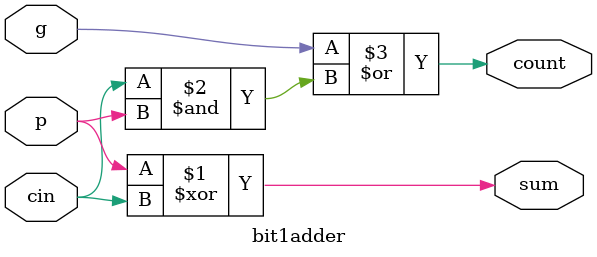
<source format=v>


module csla_64bit (
	input wire	[63:0]	a,		// operator 1
	input wire	[63:0]	b, 		// operator 2
	input wire			cin, 	// carry in

	output wire	[63:0]	sum,	// sum
	output wire			cout	// carry out
);

	 //use "wire" to define internal signals
wire [8*2-1:0] mid_c;  //guessed carries out
wire [127:0] mid_sum;   // guessed sum
wire [8:0] selected_c; // selected carries out
wire [64-1:0] selected_sum; // selected sum


bitNRCAdder #(.N(4)) RCadder1_i1(.add1(a[3:0]),.add2(b[3:0]),.cin(cin),.result(mid_sum[3:0]),.cout(selected_c[0]));

bitNRCAdder #(.N(4)) RCadder1_i2(.add1(a[7:4]),.add2(b[7:4]),.cin(1'b0),.result(mid_sum[11:8]),.cout(mid_c[0]));
bitNRCAdder #(.N(4)) RCadder2_i2(.add1(a[7:4]),.add2(b[7:4]),.cin(1'b1),.result(mid_sum[15:12]),.cout(mid_c[1]));
bitNmux #(.N(4)) bit5mux_i2(.in0({mid_sum[11:8],mid_c[0]}),.in1({mid_sum[15:12],mid_c[1]}),.sel(selected_c[0]),.ou1({selected_sum[7:4],selected_c[1]}));

bitNRCAdder #(.N(5)) RCadder1_i3(.add1(a[12:8]),.add2(b[12:8]),.cin(1'b0),.result(mid_sum[20:16]),.cout(mid_c[2]));
bitNRCAdder #(.N(5)) RCadder2_i3(.add1(a[12:8]),.add2(b[12:8]),.cin(1'b1),.result(mid_sum[25:21]),.cout(mid_c[3]));
bitNmux #(.N(5)) bit5mux_i3(.in0({mid_sum[20:16],mid_c[2]}),.in1({mid_sum[25:21],mid_c[3]}),.sel(selected_c[1]),.ou1({selected_sum[12:8],selected_c[2]}));

bitNRCAdder #(.N(6)) RCadder1_i4(.add1(a[18:13]),.add2(b[18:13]),.cin(1'b0),.result(mid_sum[31:26]),.cout(mid_c[4]));
bitNRCAdder #(.N(6)) RCadder2_i4(.add1(a[18:13]),.add2(b[18:13]),.cin(1'b1),.result(mid_sum[37:32]),.cout(mid_c[5]));
bitNmux #(.N(6)) bit5mux_i4(.in0({mid_sum[31:26],mid_c[4]}),.in1({mid_sum[37:32],mid_c[5]}),.sel(selected_c[2]),.ou1({selected_sum[18:13],selected_c[3]}));

bitNRCAdder #(.N(7)) RCadder1_i5(.add1(a[25:19]),.add2(b[25:19]),.cin(1'b0),.result(mid_sum[44:38]),.cout(mid_c[6]));
bitNRCAdder #(.N(7)) RCadder2_i5(.add1(a[25:19]),.add2(b[25:19]),.cin(1'b1),.result(mid_sum[51:45]),.cout(mid_c[7]));
bitNmux #(.N(7)) bit5mux_i5(.in0({mid_sum[44:38],mid_c[6]}),.in1({mid_sum[51:45],mid_c[7]}),.sel(selected_c[3]),.ou1({selected_sum[25:19],selected_c[4]}));

bitNRCAdder #(.N(8)) RCadder1_i6(.add1(a[33:26]),.add2(b[33:26]),.cin(1'b0),.result(mid_sum[59:52]),.cout(mid_c[8]));
bitNRCAdder #(.N(8)) RCadder2_i6(.add1(a[33:26]),.add2(b[33:26]),.cin(1'b1),.result(mid_sum[67:60]),.cout(mid_c[9]));
bitNmux #(.N(8)) bit5mux_i6(.in0({mid_sum[59:52],mid_c[8]}),.in1({mid_sum[67:60],mid_c[9]}),.sel(selected_c[4]),.ou1({selected_sum[33:26],selected_c[5]}));

bitNRCAdder #(.N(9)) RCadder1_i7(.add1(a[42:34]),.add2(b[42:34]),.cin(1'b0),.result(mid_sum[76:68]),.cout(mid_c[10]));
bitNRCAdder #(.N(9)) RCadder2_i7(.add1(a[42:34]),.add2(b[42:34]),.cin(1'b1),.result(mid_sum[85:77]),.cout(mid_c[11]));
bitNmux #(.N(9)) bit5mux_i7(.in0({mid_sum[76:68],mid_c[10]}),.in1({mid_sum[85:77],mid_c[11]}),.sel(selected_c[5]),.ou1({selected_sum[42:34],selected_c[6]}));

bitNRCAdder #(.N(10)) RCadder1_i8(.add1(a[52:43]),.add2(b[52:43]),.cin(1'b0),.result(mid_sum[95:86]),.cout(mid_c[12]));
bitNRCAdder #(.N(10)) RCadder2_i8(.add1(a[52:43]),.add2(b[52:43]),.cin(1'b1),.result(mid_sum[105:96]),.cout(mid_c[13]));
bitNmux #(.N(10)) bit5mux_i8(.in0({mid_sum[95:86],mid_c[12]}),.in1({mid_sum[105:96],mid_c[13]}),.sel(selected_c[6]),.ou1({selected_sum[52:43],selected_c[7]}));

bitNRCAdder #(.N(11)) RCadder1_i9(.add1(a[63:53]),.add2(b[63:53]),.cin(1'b0),.result(mid_sum[116:106]),.cout(mid_c[14]));
bitNRCAdder #(.N(11)) RCadder2_i9(.add1(a[63:53]),.add2(b[63:53]),.cin(1'b1),.result(mid_sum[127:117]),.cout(mid_c[15]));
bitNmux #(.N(11)) bit5mux_i9(.in0({mid_sum[116:106],mid_c[14]}),.in1({mid_sum[127:117],mid_c[15]}),.sel(selected_c[7]),.ou1({selected_sum[63:53],selected_c[8]}));



assign cout = selected_c[8];
assign sum = {selected_sum[63:4],mid_sum[3:0]};

endmodule



// ----------------------------------------------------


// ----------------------------------------------------
// Part II: 16-bit Square Root CSL adder
// ----------------------------------------------------
module csla_16bit (
	input wire	[15:0]	a,		// operator 1
	input wire	[15:0]	b, 		// operator 2
	input wire			cin, 	// carry in

	output wire	[15:0]	sum,	// sum
	output wire			cout	// carry out
);

	 //use "wire" to define internal signals
wire [4*2-1:0] mid_c;  //guessed carries out
wire [31:0] mid_sum;   // guessed sum
wire [4:0] selected_c; // selected carries out
wire [16-1:0] selected_sum; // selected sum


bitNRCAdder #(.N(2)) RCadder1_i1(.add1(a[1:0]),.add2(b[1:0]),.cin(cin),.result(mid_sum[1:0]),.cout(selected_c[0]));

bitNRCAdder #(.N(2)) RCadder1_i2(.add1(a[3:2]),.add2(b[3:2]),.cin(1'b0),.result(mid_sum[5:4]),.cout(mid_c[0]));
bitNRCAdder #(.N(2)) RCadder2_i2(.add1(a[3:2]),.add2(b[3:2]),.cin(1'b1),.result(mid_sum[7:6]),.cout(mid_c[1]));
bitNmux #(.N(2)) bit5mux_i2(.in0({mid_sum[5:4],mid_c[0]}),.in1({mid_sum[7:6],mid_c[1]}),.sel(selected_c[0]),.ou1({selected_sum[3:2],selected_c[1]}));

bitNRCAdder #(.N(3)) RCadder1_i3(.add1(a[6:4]),.add2(b[6:4]),.cin(1'b0),.result(mid_sum[10:8]),.cout(mid_c[2]));
bitNRCAdder #(.N(3)) RCadder2_i3(.add1(a[6:4]),.add2(b[6:4]),.cin(1'b1),.result(mid_sum[13:11]),.cout(mid_c[3]));
bitNmux #(.N(3)) bit5mux_i3(.in0({mid_sum[10:8],mid_c[2]}),.in1({mid_sum[13:11],mid_c[3]}),.sel(selected_c[1]),.ou1({selected_sum[6:4],selected_c[2]}));

bitNRCAdder #(.N(4)) RCadder1_i4(.add1(a[10:7]),.add2(b[10:7]),.cin(1'b0),.result(mid_sum[17:14]),.cout(mid_c[4]));
bitNRCAdder #(.N(4)) RCadder2_i4(.add1(a[10:7]),.add2(b[10:7]),.cin(1'b1),.result(mid_sum[21:18]),.cout(mid_c[5]));
bitNmux #(.N(4)) bit5mux_i4(.in0({mid_sum[17:14],mid_c[4]}),.in1({mid_sum[21:18],mid_c[5]}),.sel(selected_c[2]),.ou1({selected_sum[10:7],selected_c[3]}));

bitNRCAdder #(.N(5)) RCadder1_i5(.add1(a[15:11]),.add2(b[15:11]),.cin(1'b0),.result(mid_sum[26:22]),.cout(mid_c[6]));
bitNRCAdder #(.N(5)) RCadder2_i5(.add1(a[15:11]),.add2(b[15:11]),.cin(1'b1),.result(mid_sum[31:27]),.cout(mid_c[7]));
bitNmux #(.N(5)) bit5mux_i5(.in0({mid_sum[26:22],mid_c[6]}),.in1({mid_sum[31:27],mid_c[7]}),.sel(selected_c[3]),.ou1({selected_sum[15:11],selected_c[4]}));

assign cout = selected_c[4];
assign sum = {selected_sum[15:2],mid_sum[1:0]};

endmodule

// ----------------------------------------------------
// Part III: N-bit Ripple Carry Adder by generator
// ----------------------------------------------------
module bitNRCAdder#(parameter N = 4) (

  input wire  [N-1:0]         add1,     //adder1
  input wire  [N-1:0]         add2,      //adder2
  input wire cin,                       //carry input

  output wire  [N-1:0]         result,     //sum
  output wire              cout     //carry output
);

wire [N-1:0] p,g; //internal variables
wire [N:0] c_mid; //carry

assign p = add1^add2;
assign g = add1&add2;

generate
	genvar i;
	for(i=0;i<N;i=i+1) begin: block
	bit1adder bit1adder_module(.g(g[i]),.p(p[i]),.cin(c_mid[i]),.sum(result[i]),.count(c_mid[i+1]));
	end
endgenerate
assign c_mid[0] = cin;
assign cout = c_mid[N];

endmodule
// ----------------------------------------------------
// Part IV: N-bit multiplexer
// ----------------------------------------------------
module bitNmux#(parameter N = 5) (
input wire [N:0] in1,in0, // 2-way inputs
input wire sel,             // select

output reg [N:0] ou1      //outputs
    );
always@(*) begin
case (sel)
	1'b0:ou1 = in0;
	1'b1:ou1 = in1;
endcase
end

endmodule
// ----------------------------------------------------
// Part V: 1-bit Full Adder
// ----------------------------------------------------
module bit1adder(
input wire g,  // generate
input wire p,  // propagate
input wire cin,  // carry in

output wire sum, // sum
output wire count // carry out
    );

assign sum = p^cin;
assign count = g|(cin&p);

endmodule

</source>
